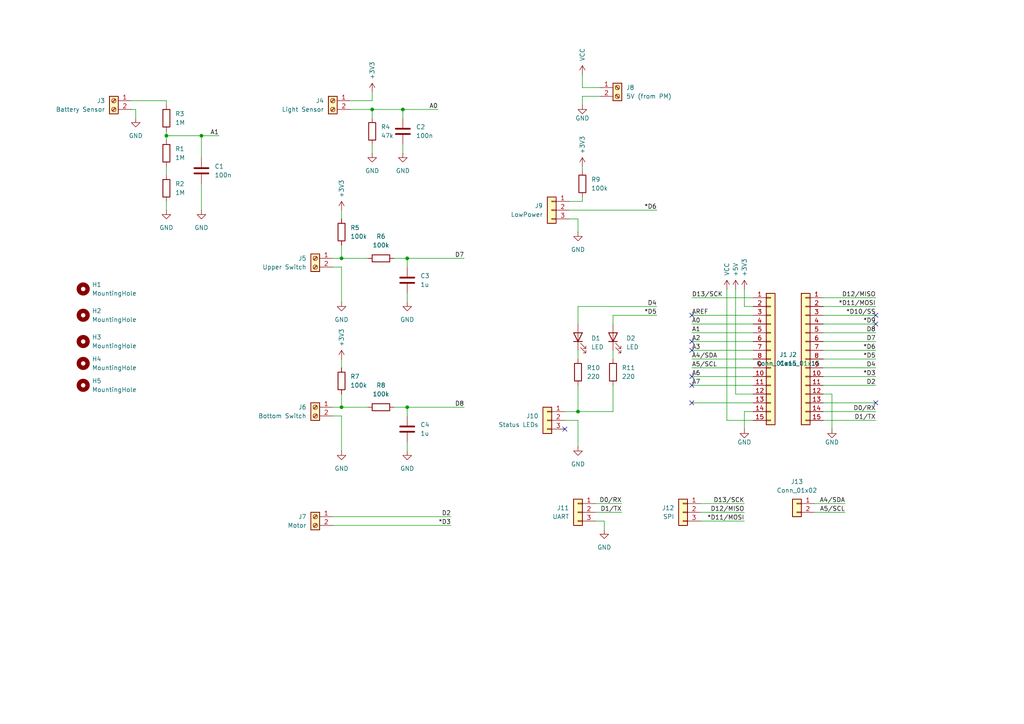
<source format=kicad_sch>
(kicad_sch (version 20250114) (generator "eeschema") (generator_version "9.0")
  (paper "A4")
  (title_block (date "sam. 04 avril 2015"))
  (lib_symbols
    (symbol "Connector:Screw_Terminal_01x02" (pin_names (offset 1.016) (hide yes))
      (property "Reference" "J" (at 0 2.54 0))
      (property "Value" "Screw_Terminal_01x02" (at 0 -5.08 0))
      (symbol "Screw_Terminal_01x02_1_1"
        (rectangle (start -1.27 1.27) (end 1.27 -3.81) (stroke (width 0.254)) (fill (type background)))
        (polyline (pts (xy -0.5334 0.3302) (xy 0.3302 -0.508)) (stroke (width 0.1524)))
        (polyline (pts (xy -0.5334 -2.2098) (xy 0.3302 -3.048)) (stroke (width 0.1524)))
        (polyline (pts (xy -0.3556 0.508) (xy 0.508 -0.3302)) (stroke (width 0.1524)))
        (polyline (pts (xy -0.3556 -2.032) (xy 0.508 -2.8702)) (stroke (width 0.1524)))
        (circle (center 0 0) (radius 0.635) (stroke (width 0.1524)))
        (circle (center 0 -2.54) (radius 0.635) (stroke (width 0.1524)))
        (pin passive line (at -5.08 0 0) (length 3.81) (name "Pin_1") (number "1"))
        (pin passive line (at -5.08 -2.54 0) (length 3.81) (name "Pin_2") (number "2"))
      )
    )
    (symbol "Connector_Generic:Conn_01x02" (pin_names (offset 1.016) (hide yes))
      (property "Reference" "J" (at 0 2.54 0))
      (property "Value" "Conn_01x02" (at 0 -5.08 0))
      (symbol "Conn_01x02_1_1"
        (rectangle (start -1.27 1.27) (end 1.27 -3.81) (stroke (width 0.254)) (fill (type background)))
        (rectangle (start -1.27 0.127) (end 0 -0.127) (stroke (width 0.1524)))
        (rectangle (start -1.27 -2.413) (end 0 -2.667) (stroke (width 0.1524)))
        (pin passive line (at -5.08 0 0) (length 3.81) (name "Pin_1") (number "1"))
        (pin passive line (at -5.08 -2.54 0) (length 3.81) (name "Pin_2") (number "2"))
      )
    )
    (symbol "Connector_Generic:Conn_01x03" (pin_names (offset 1.016) (hide yes))
      (property "Reference" "J" (at 0 5.08 0))
      (property "Value" "Conn_01x03" (at 0 -5.08 0))
      (symbol "Conn_01x03_1_1"
        (rectangle (start -1.27 3.81) (end 1.27 -3.81) (stroke (width 0.254)) (fill (type background)))
        (rectangle (start -1.27 2.667) (end 0 2.413) (stroke (width 0.1524)))
        (rectangle (start -1.27 0.127) (end 0 -0.127) (stroke (width 0.1524)))
        (rectangle (start -1.27 -2.413) (end 0 -2.667) (stroke (width 0.1524)))
        (pin passive line (at -5.08 2.54 0) (length 3.81) (name "Pin_1") (number "1"))
        (pin passive line (at -5.08 0 0) (length 3.81) (name "Pin_2") (number "2"))
        (pin passive line (at -5.08 -2.54 0) (length 3.81) (name "Pin_3") (number "3"))
      )
    )
    (symbol "Connector_Generic:Conn_01x15" (pin_names (offset 1.016) (hide yes))
      (property "Reference" "J" (at 0 20.32 0))
      (property "Value" "Conn_01x15" (at 0 -20.32 0))
      (symbol "Conn_01x15_1_1"
        (rectangle (start -1.27 19.05) (end 1.27 -19.05) (stroke (width 0.254)) (fill (type background)))
        (rectangle (start -1.27 17.907) (end 0 17.653) (stroke (width 0.1524)))
        (rectangle (start -1.27 15.367) (end 0 15.113) (stroke (width 0.1524)))
        (rectangle (start -1.27 12.827) (end 0 12.573) (stroke (width 0.1524)))
        (rectangle (start -1.27 10.287) (end 0 10.033) (stroke (width 0.1524)))
        (rectangle (start -1.27 7.747) (end 0 7.493) (stroke (width 0.1524)))
        (rectangle (start -1.27 5.207) (end 0 4.953) (stroke (width 0.1524)))
        (rectangle (start -1.27 2.667) (end 0 2.413) (stroke (width 0.1524)))
        (rectangle (start -1.27 0.127) (end 0 -0.127) (stroke (width 0.1524)))
        (rectangle (start -1.27 -2.413) (end 0 -2.667) (stroke (width 0.1524)))
        (rectangle (start -1.27 -4.953) (end 0 -5.207) (stroke (width 0.1524)))
        (rectangle (start -1.27 -7.493) (end 0 -7.747) (stroke (width 0.1524)))
        (rectangle (start -1.27 -10.033) (end 0 -10.287) (stroke (width 0.1524)))
        (rectangle (start -1.27 -12.573) (end 0 -12.827) (stroke (width 0.1524)))
        (rectangle (start -1.27 -15.113) (end 0 -15.367) (stroke (width 0.1524)))
        (rectangle (start -1.27 -17.653) (end 0 -17.907) (stroke (width 0.1524)))
        (pin passive line (at -5.08 17.78 0) (length 3.81) (name "Pin_1") (number "1"))
        (pin passive line (at -5.08 15.24 0) (length 3.81) (name "Pin_2") (number "2"))
        (pin passive line (at -5.08 12.7 0) (length 3.81) (name "Pin_3") (number "3"))
        (pin passive line (at -5.08 10.16 0) (length 3.81) (name "Pin_4") (number "4"))
        (pin passive line (at -5.08 7.62 0) (length 3.81) (name "Pin_5") (number "5"))
        (pin passive line (at -5.08 5.08 0) (length 3.81) (name "Pin_6") (number "6"))
        (pin passive line (at -5.08 2.54 0) (length 3.81) (name "Pin_7") (number "7"))
        (pin passive line (at -5.08 0 0) (length 3.81) (name "Pin_8") (number "8"))
        (pin passive line (at -5.08 -2.54 0) (length 3.81) (name "Pin_9") (number "9"))
        (pin passive line (at -5.08 -5.08 0) (length 3.81) (name "Pin_10") (number "10"))
        (pin passive line (at -5.08 -7.62 0) (length 3.81) (name "Pin_11") (number "11"))
        (pin passive line (at -5.08 -10.16 0) (length 3.81) (name "Pin_12") (number "12"))
        (pin passive line (at -5.08 -12.7 0) (length 3.81) (name "Pin_13") (number "13"))
        (pin passive line (at -5.08 -15.24 0) (length 3.81) (name "Pin_14") (number "14"))
        (pin passive line (at -5.08 -17.78 0) (length 3.81) (name "Pin_15") (number "15"))
      )
    )
    (symbol "Device:C" (pin_numbers (hide yes)) (pin_names (offset 0.254))
      (property "Reference" "C" (at 0.635 2.54 0))
      (property "Value" "C" (at 0.635 -2.54 0))
      (symbol "C_0_1"
        (polyline (pts (xy -2.032 0.762) (xy 2.032 0.762)) (stroke (width 0.508)))
        (polyline (pts (xy -2.032 -0.762) (xy 2.032 -0.762)) (stroke (width 0.508)))
      )
      (symbol "C_1_1"
        (pin passive line (at 0 3.81 270) (length 2.794) (name "~") (number "1"))
        (pin passive line (at 0 -3.81 90) (length 2.794) (name "~") (number "2"))
      )
    )
    (symbol "Device:LED" (pin_numbers (hide yes)) (pin_names (offset 1.016) (hide yes))
      (property "Reference" "D" (at 0 2.54 0))
      (property "Value" "LED" (at 0 -2.54 0))
      (symbol "LED_0_1"
        (polyline (pts (xy -3.048 -0.762) (xy -4.572 -2.286) (xy -3.81 -2.286) (xy -4.572 -2.286) (xy -4.572 -1.524)))
        (polyline (pts (xy -1.778 -0.762) (xy -3.302 -2.286) (xy -2.54 -2.286) (xy -3.302 -2.286) (xy -3.302 -1.524)))
        (polyline (pts (xy -1.27 0) (xy 1.27 0)))
        (polyline (pts (xy -1.27 -1.27) (xy -1.27 1.27)) (stroke (width 0.254)))
        (polyline (pts (xy 1.27 -1.27) (xy 1.27 1.27) (xy -1.27 0) (xy 1.27 -1.27)) (stroke (width 0.254)))
      )
      (symbol "LED_1_1"
        (pin passive line (at -3.81 0 0) (length 2.54) (name "K") (number "1"))
        (pin passive line (at 3.81 0 180) (length 2.54) (name "A") (number "2"))
      )
    )
    (symbol "Device:R" (pin_numbers (hide yes)) (pin_names (offset 0))
      (property "Reference" "R" (at 2.032 0 90))
      (property "Value" "R" (at 0 0 90))
      (symbol "R_0_1"
        (rectangle (start -1.016 -2.54) (end 1.016 2.54) (stroke (width 0.254)))
      )
      (symbol "R_1_1"
        (pin passive line (at 0 3.81 270) (length 1.27) (name "~") (number "1"))
        (pin passive line (at 0 -3.81 90) (length 1.27) (name "~") (number "2"))
      )
    )
    (symbol "Mechanical:MountingHole" (pin_names (offset 1.016)) (in_bom no)
      (property "Reference" "H" (at 0 5.08 0))
      (property "Value" "MountingHole" (at 0 3.175 0))
      (symbol "MountingHole_0_1"
        (circle (center 0 0) (radius 1.27) (stroke (width 1.27)))
      )
    )
    (symbol "power:+3.3V" (power) (pin_numbers (hide yes)) (pin_names (offset 0) (hide yes))
      (property "Value" "+3.3V" (at 0 3.556 0))
      (symbol "+3.3V_0_1"
        (polyline (pts (xy -0.762 1.27) (xy 0 2.54)))
        (polyline (pts (xy 0 2.54) (xy 0.762 1.27)))
        (polyline (pts (xy 0 0) (xy 0 2.54)))
      )
      (symbol "+3.3V_1_1"
        (pin power_in line (at 0 0 90) (length 0) (name "~") (number "1"))
      )
    )
    (symbol "power:+5V" (power) (pin_numbers (hide yes)) (pin_names (offset 0) (hide yes))
      (property "Value" "+5V" (at 0 3.556 0))
      (symbol "+5V_0_1"
        (polyline (pts (xy -0.762 1.27) (xy 0 2.54)))
        (polyline (pts (xy 0 2.54) (xy 0.762 1.27)))
        (polyline (pts (xy 0 0) (xy 0 2.54)))
      )
      (symbol "+5V_1_1"
        (pin power_in line (at 0 0 90) (length 0) (name "~") (number "1"))
      )
    )
    (symbol "power:GND" (power) (pin_numbers (hide yes)) (pin_names (offset 0) (hide yes))
      (property "Value" "GND" (at 0 -3.81 0))
      (symbol "GND_0_1"
        (polyline (pts (xy 0 0) (xy 0 -1.27) (xy 1.27 -1.27) (xy 0 -2.54) (xy -1.27 -1.27) (xy 0 -1.27)))
      )
      (symbol "GND_1_1"
        (pin power_in line (at 0 0 270) (length 0) (name "~") (number "1"))
      )
    )
    (symbol "power:VCC" (power) (pin_numbers (hide yes)) (pin_names (offset 0) (hide yes))
      (property "Value" "VCC" (at 0 3.556 0))
      (symbol "VCC_0_1"
        (polyline (pts (xy -0.762 1.27) (xy 0 2.54)))
        (polyline (pts (xy 0 2.54) (xy 0.762 1.27)))
        (polyline (pts (xy 0 0) (xy 0 2.54)))
      )
      (symbol "VCC_1_1"
        (pin power_in line (at 0 0 90) (length 0) (name "~") (number "1"))
      )
    )
  )
  (junction (at 118.11 74.93))
  (junction (at 99.06 118.11))
  (junction (at 99.06 74.93))
  (junction (at 107.95 31.75))
  (junction (at 118.11 118.11))
  (junction (at 48.26 39.37))
  (junction (at 116.84 31.75))
  (junction (at 167.64 119.38))
  (junction (at 58.42 39.37))
  (no_connect (at 254 91.44))
  (no_connect (at 254 116.84))
  (no_connect (at 200.66 91.44))
  (no_connect (at 200.66 111.76))
  (no_connect (at 254 93.98))
  (no_connect (at 163.83 124.46))
  (no_connect (at 200.66 99.06))
  (no_connect (at 200.66 116.84))
  (no_connect (at 200.66 109.22))
  (no_connect (at 200.66 101.6))
  (wire (pts (xy 99.06 118.11) (xy 106.68 118.11)))
  (wire (pts (xy 238.76 119.38) (xy 254 119.38)))
  (wire (pts (xy 38.1 29.21) (xy 48.26 29.21)))
  (wire (pts (xy 218.44 88.9) (xy 215.9 88.9)))
  (wire (pts (xy 48.26 39.37) (xy 48.26 40.64)))
  (wire (pts (xy 167.64 93.98) (xy 167.64 88.9)))
  (wire (pts (xy 48.26 38.1) (xy 48.26 39.37)))
  (wire (pts (xy 175.26 153.67) (xy 175.26 151.13)))
  (wire (pts (xy 96.52 120.65) (xy 99.06 120.65)))
  (wire (pts (xy 118.11 128.27) (xy 118.11 130.81)))
  (wire (pts (xy 96.52 149.86) (xy 130.81 149.86)))
  (wire (pts (xy 99.06 74.93) (xy 99.06 71.12)))
  (wire (pts (xy 200.66 99.06) (xy 218.44 99.06)))
  (wire (pts (xy 116.84 34.29) (xy 116.84 31.75)))
  (wire (pts (xy 200.66 104.14) (xy 218.44 104.14)))
  (wire (pts (xy 39.37 34.29) (xy 39.37 31.75)))
  (wire (pts (xy 116.84 31.75) (xy 127 31.75)))
  (wire (pts (xy 213.36 83.82) (xy 213.36 114.3)))
  (wire (pts (xy 218.44 114.3) (xy 213.36 114.3)))
  (wire (pts (xy 168.91 27.94) (xy 173.99 27.94)))
  (wire (pts (xy 163.83 119.38) (xy 167.64 119.38)))
  (wire (pts (xy 200.66 101.6) (xy 218.44 101.6)))
  (wire (pts (xy 238.76 91.44) (xy 254 91.44)))
  (wire (pts (xy 177.8 119.38) (xy 167.64 119.38)))
  (wire (pts (xy 175.26 151.13) (xy 172.72 151.13)))
  (wire (pts (xy 38.1 31.75) (xy 39.37 31.75)))
  (wire (pts (xy 58.42 39.37) (xy 63.5 39.37)))
  (wire (pts (xy 58.42 39.37) (xy 58.42 45.72)))
  (wire (pts (xy 116.84 41.91) (xy 116.84 44.45)))
  (wire (pts (xy 238.76 96.52) (xy 254 96.52)))
  (wire (pts (xy 236.22 146.05) (xy 245.11 146.05)))
  (wire (pts (xy 177.8 91.44) (xy 190.5 91.44)))
  (wire (pts (xy 238.76 99.06) (xy 254 99.06)))
  (wire (pts (xy 203.2 151.13) (xy 215.9 151.13)))
  (wire (pts (xy 203.2 148.59) (xy 215.9 148.59)))
  (wire (pts (xy 167.64 119.38) (xy 167.64 111.76)))
  (wire (pts (xy 99.06 87.63) (xy 99.06 77.47)))
  (wire (pts (xy 99.06 104.14) (xy 99.06 106.68)))
  (wire (pts (xy 107.95 29.21) (xy 107.95 26.67)))
  (wire (pts (xy 118.11 74.93) (xy 118.11 77.47)))
  (wire (pts (xy 177.8 101.6) (xy 177.8 104.14)))
  (wire (pts (xy 238.76 111.76) (xy 254 111.76)))
  (wire (pts (xy 165.1 60.96) (xy 190.5 60.96)))
  (wire (pts (xy 236.22 148.59) (xy 245.11 148.59)))
  (wire (pts (xy 118.11 85.09) (xy 118.11 87.63)))
  (wire (pts (xy 168.91 21.59) (xy 168.91 25.4)))
  (wire (pts (xy 99.06 60.96) (xy 99.06 63.5)))
  (wire (pts (xy 167.64 63.5) (xy 167.64 67.31)))
  (wire (pts (xy 99.06 74.93) (xy 106.68 74.93)))
  (wire (pts (xy 172.72 148.59) (xy 180.34 148.59)))
  (wire (pts (xy 118.11 118.11) (xy 118.11 120.65)))
  (wire (pts (xy 177.8 93.98) (xy 177.8 91.44)))
  (wire (pts (xy 114.3 118.11) (xy 118.11 118.11)))
  (wire (pts (xy 200.66 91.44) (xy 218.44 91.44)))
  (wire (pts (xy 238.76 104.14) (xy 254 104.14)))
  (wire (pts (xy 114.3 74.93) (xy 118.11 74.93)))
  (wire (pts (xy 215.9 83.82) (xy 215.9 88.9)))
  (wire (pts (xy 238.76 114.3) (xy 241.3 114.3)))
  (wire (pts (xy 238.76 86.36) (xy 254 86.36)))
  (wire (pts (xy 210.82 83.82) (xy 210.82 121.92)))
  (wire (pts (xy 218.44 121.92) (xy 210.82 121.92)))
  (wire (pts (xy 200.66 116.84) (xy 218.44 116.84)))
  (wire (pts (xy 165.1 63.5) (xy 167.64 63.5)))
  (wire (pts (xy 238.76 101.6) (xy 254 101.6)))
  (wire (pts (xy 238.76 106.68) (xy 254 106.68)))
  (wire (pts (xy 48.26 48.26) (xy 48.26 50.8)))
  (wire (pts (xy 118.11 74.93) (xy 134.62 74.93)))
  (wire (pts (xy 200.66 93.98) (xy 218.44 93.98)))
  (wire (pts (xy 96.52 74.93) (xy 99.06 74.93)))
  (wire (pts (xy 167.64 88.9) (xy 190.5 88.9)))
  (wire (pts (xy 48.26 39.37) (xy 58.42 39.37)))
  (wire (pts (xy 167.64 101.6) (xy 167.64 104.14)))
  (wire (pts (xy 107.95 31.75) (xy 107.95 34.29)))
  (wire (pts (xy 101.6 29.21) (xy 107.95 29.21)))
  (wire (pts (xy 48.26 58.42) (xy 48.26 60.96)))
  (wire (pts (xy 200.66 86.36) (xy 218.44 86.36)))
  (wire (pts (xy 238.76 109.22) (xy 254 109.22)))
  (wire (pts (xy 118.11 118.11) (xy 134.62 118.11)))
  (wire (pts (xy 48.26 29.21) (xy 48.26 30.48)))
  (wire (pts (xy 203.2 146.05) (xy 215.9 146.05)))
  (wire (pts (xy 163.83 121.92) (xy 167.64 121.92)))
  (wire (pts (xy 200.66 111.76) (xy 218.44 111.76)))
  (wire (pts (xy 96.52 118.11) (xy 99.06 118.11)))
  (wire (pts (xy 200.66 106.68) (xy 218.44 106.68)))
  (wire (pts (xy 101.6 31.75) (xy 107.95 31.75)))
  (wire (pts (xy 177.8 111.76) (xy 177.8 119.38)))
  (wire (pts (xy 107.95 41.91) (xy 107.95 44.45)))
  (wire (pts (xy 99.06 130.81) (xy 99.06 120.65)))
  (wire (pts (xy 238.76 93.98) (xy 254 93.98)))
  (wire (pts (xy 238.76 116.84) (xy 254 116.84)))
  (wire (pts (xy 241.3 114.3) (xy 241.3 124.46)))
  (wire (pts (xy 99.06 118.11) (xy 99.06 114.3)))
  (wire (pts (xy 238.76 121.92) (xy 254 121.92)))
  (wire (pts (xy 168.91 58.42) (xy 168.91 57.15)))
  (wire (pts (xy 165.1 58.42) (xy 168.91 58.42)))
  (wire (pts (xy 200.66 109.22) (xy 218.44 109.22)))
  (wire (pts (xy 168.91 25.4) (xy 173.99 25.4)))
  (wire (pts (xy 168.91 27.94) (xy 168.91 30.48)))
  (wire (pts (xy 172.72 146.05) (xy 180.34 146.05)))
  (wire (pts (xy 167.64 121.92) (xy 167.64 129.54)))
  (wire (pts (xy 215.9 119.38) (xy 215.9 124.46)))
  (wire (pts (xy 218.44 119.38) (xy 215.9 119.38)))
  (wire (pts (xy 96.52 152.4) (xy 130.81 152.4)))
  (wire (pts (xy 107.95 31.75) (xy 116.84 31.75)))
  (wire (pts (xy 200.66 96.52) (xy 218.44 96.52)))
  (wire (pts (xy 58.42 53.34) (xy 58.42 60.96)))
  (wire (pts (xy 238.76 88.9) (xy 254 88.9)))
  (wire (pts (xy 96.52 77.47) (xy 99.06 77.47)))
  (wire (pts (xy 168.91 48.26) (xy 168.91 49.53)))
  (label "D4" (at 254 106.68 180))
  (label "D7" (at 134.62 74.93 180))
  (label "D1{slash}TX" (at 180.34 148.59 180))
  (label "D0{slash}RX" (at 180.34 146.05 180))
  (label "D13{slash}SCK" (at 215.9 146.05 180))
  (label "*D5" (at 254 104.14 180))
  (label "A2" (at 200.66 99.06 0))
  (label "D7" (at 254 99.06 180))
  (label "*D11/MOSI" (at 215.9 151.13 180))
  (label "D13{slash}SCK" (at 200.66 86.36 0))
  (label "A7" (at 200.66 111.76 0))
  (label "*D6" (at 254 101.6 180))
  (label "D12/MISO" (at 215.9 148.59 180))
  (label "*D11{slash}MOSI" (at 254 88.9 180))
  (label "A1" (at 200.66 96.52 0))
  (label "A4/SDA" (at 245.11 146.05 180))
  (label "*D5" (at 190.5 91.44 180))
  (label "A4{slash}SDA" (at 200.66 104.14 0))
  (label "A5{slash}SCL" (at 200.66 106.68 0))
  (label "A3" (at 200.66 101.6 0))
  (label "*D3" (at 130.81 152.4 180))
  (label "A6" (at 200.66 109.22 0))
  (label "D2" (at 130.81 149.86 180))
  (label "A0" (at 200.66 93.98 0))
  (label "*D9" (at 254 93.98 180))
  (label "*D3" (at 254 109.22 180))
  (label "A0" (at 127 31.75 180))
  (label "A1" (at 63.5 39.37 180))
  (label "D8" (at 134.62 118.11 180))
  (label "D2" (at 254 111.76 180))
  (label "D8" (at 254 96.52 180))
  (label "D1{slash}TX" (at 254 121.92 180))
  (label "D0{slash}RX" (at 254 119.38 180))
  (label "D4" (at 190.5 88.9 180))
  (label "*D6" (at 190.5 60.96 180))
  (label "AREF" (at 200.66 91.44 0))
  (label "*D10{slash}SS" (at 254 91.44 180))
  (label "A5{slash}SCL" (at 245.11 148.59 180))
  (label "D12{slash}MISO" (at 254 86.36 180))
  (symbol (lib_id "power:GND") (at 99.06 87.63 0) (unit 1)
    (property "Reference" "#PWR06" (effects (hide yes)))
    (property "Value" "GND" (at 99.06 92.71 0))
    (property "Description" "Power symbol creates a global label with name \"GND\" , ground" (effects (hide yes)))
  )
  (symbol (lib_id "power:GND") (at 99.06 130.81 0) (unit 1)
    (property "Reference" "#PWR08" (effects (hide yes)))
    (property "Value" "GND" (at 99.06 135.89 0))
    (property "Description" "Power symbol creates a global label with name \"GND\" , ground" (effects (hide yes)))
  )
  (symbol (lib_id "Connector_Generic:Conn_01x02") (at 231.14 146.05 0) (mirror y) (unit 1)
    (property "Reference" "J13" (at 231.14 139.7 0))
    (property "Value" "Conn_01x02" (at 231.14 142.24 0))
    (property "Footprint" "Connector_PinHeader_2.54mm:PinHeader_1x02_P2.54mm_Vertical" (effects (hide yes)))
    (property "Description" "Generic connector, single row, 01x02, script generated (kicad-library-utils/schlib/autogen/connector/)" (effects (hide yes)))
  )
  (symbol (lib_id "Device:R") (at 110.49 118.11 90) (unit 1)
    (property "Reference" "R8" (at 110.49 111.76 90))
    (property "Value" "100k" (at 110.49 114.3 90))
    (property "Footprint" "Resistor_THT:R_Axial_DIN0207_L6.3mm_D2.5mm_P10.16mm_Horizontal" (effects (hide yes)))
    (property "Description" "Resistor" (effects (hide yes)))
  )
  (symbol (lib_id "Connector_Generic:Conn_01x15") (at 223.52 104.14 0) (unit 1)
    (property "Reference" "J1" (at 226.06 102.8699 0) (effects (justify left)))
    (property "Value" "Conn_01x15" (at 226.06 105.4099 0) (effects (justify left)))
    (property "Footprint" "Connector_PinHeader_2.54mm:PinHeader_1x15_P2.54mm_Vertical" (effects (hide yes)))
    (property "Description" "Generic connector, single row, 01x15, script generated (kicad-library-utils/schlib/autogen/connector/)" (effects (hide yes)))
  )
  (symbol (lib_id "power:GND") (at 167.64 129.54 0) (unit 1)
    (property "Reference" "#PWR011" (effects (hide yes)))
    (property "Value" "GND" (at 167.64 134.62 0))
    (property "Description" "Power symbol creates a global label with name \"GND\" , ground" (effects (hide yes)))
  )
  (symbol (lib_id "Device:C") (at 118.11 81.28 0) (unit 1)
    (property "Reference" "C3" (at 121.92 80.0099 0) (effects (justify left)))
    (property "Value" "1u" (at 121.92 82.5499 0) (effects (justify left)))
    (property "Footprint" "Capacitor_THT:C_Disc_D4.3mm_W1.9mm_P5.00mm" (effects (hide yes)))
    (property "Description" "Unpolarized capacitor" (effects (hide yes)))
  )
  (symbol (lib_id "Mechanical:MountingHole") (at 24.13 111.76 0) (unit 1) (in_bom no)
    (property "Reference" "H5" (at 26.67 110.4899 0) (effects (justify left)))
    (property "Value" "MountingHole" (at 26.67 113.0299 0) (effects (justify left)))
    (property "Footprint" "MountingHole:MountingHole_3.2mm_M3" (effects (hide yes)))
    (property "Description" "Mounting Hole without connection" (effects (hide yes)))
  )
  (symbol (lib_id "Device:R") (at 99.06 67.31 0) (unit 1)
    (property "Reference" "R5" (at 101.6 66.0399 0) (effects (justify left)))
    (property "Value" "100k" (at 101.6 68.5799 0) (effects (justify left)))
    (property "Footprint" "Resistor_THT:R_Axial_DIN0207_L6.3mm_D2.5mm_P10.16mm_Horizontal" (effects (hide yes)))
    (property "Description" "Resistor" (effects (hide yes)))
  )
  (symbol (lib_id "power:GND") (at 167.64 67.31 0) (unit 1)
    (property "Reference" "#PWR010" (effects (hide yes)))
    (property "Value" "GND" (at 167.64 72.39 0))
    (property "Description" "Power symbol creates a global label with name \"GND\" , ground" (effects (hide yes)))
  )
  (symbol (lib_id "Connector:Screw_Terminal_01x02") (at 91.44 74.93 0) (mirror y) (unit 1)
    (property "Reference" "J5" (at 88.9 74.9299 0) (effects (justify left)))
    (property "Value" "Upper Switch" (at 88.9 77.4699 0) (effects (justify left)))
    (property "Footprint" "TerminalBlock:TerminalBlock_bornier-2_P5.08mm" (effects (hide yes)))
    (property "Description" "Generic screw terminal, single row, 01x02, script generated (kicad-library-utils/schlib/autogen/connector/)" (effects (hide yes)))
  )
  (symbol (lib_id "power:+3.3V") (at 168.91 48.26 0) (unit 1)
    (property "Reference" "#PWR0111" (effects (hide yes)))
    (property "Value" "+3V3" (at 168.91 44.704 90) (effects (justify left)))
    (property "Description" "Power symbol creates a global label with name \"+3.3V\"" (effects (hide yes)))
  )
  (symbol (lib_id "Mechanical:MountingHole") (at 24.13 99.06 0) (unit 1) (in_bom no)
    (property "Reference" "H3" (at 26.67 97.7899 0) (effects (justify left)))
    (property "Value" "MountingHole" (at 26.67 100.3299 0) (effects (justify left)))
    (property "Footprint" "MountingHole:MountingHole_3.2mm_M3" (effects (hide yes)))
    (property "Description" "Mounting Hole without connection" (effects (hide yes)))
  )
  (symbol (lib_id "power:GND") (at 175.26 153.67 0) (unit 1)
    (property "Reference" "#PWR012" (effects (hide yes)))
    (property "Value" "GND" (at 175.26 158.75 0))
    (property "Description" "Power symbol creates a global label with name \"GND\" , ground" (effects (hide yes)))
  )
  (symbol (lib_id "Device:R") (at 48.26 34.29 0) (unit 1)
    (property "Reference" "R3" (at 50.8 33.0199 0) (effects (justify left)))
    (property "Value" "1M" (at 50.8 35.5599 0) (effects (justify left)))
    (property "Footprint" "Resistor_THT:R_Axial_DIN0207_L6.3mm_D2.5mm_P10.16mm_Horizontal" (effects (hide yes)))
    (property "Description" "Resistor" (effects (hide yes)))
  )
  (symbol (lib_id "power:GND") (at 39.37 34.29 0) (unit 1)
    (property "Reference" "#PWR01" (effects (hide yes)))
    (property "Value" "GND" (at 39.37 39.37 0))
    (property "Description" "Power symbol creates a global label with name \"GND\" , ground" (effects (hide yes)))
  )
  (symbol (lib_id "power:GND") (at 118.11 87.63 0) (unit 1)
    (property "Reference" "#PWR07" (effects (hide yes)))
    (property "Value" "GND" (at 118.11 92.71 0))
    (property "Description" "Power symbol creates a global label with name \"GND\" , ground" (effects (hide yes)))
  )
  (symbol (lib_id "Device:LED") (at 177.8 97.79 90) (unit 1)
    (property "Reference" "D2" (at 181.61 98.1074 90) (effects (justify right)))
    (property "Value" "LED" (at 181.61 100.6474 90) (effects (justify right)))
    (property "Footprint" "LED_THT:LED_D3.0mm" (effects (hide yes)))
    (property "Description" "Light emitting diode" (effects (hide yes)))
    (property "Sim.Pins" "1=K 2=A" (effects (hide yes)))
  )
  (symbol (lib_id "power:GND") (at 107.95 44.45 0) (unit 1)
    (property "Reference" "#PWR04" (effects (hide yes)))
    (property "Value" "GND" (at 107.95 49.53 0))
    (property "Description" "Power symbol creates a global label with name \"GND\" , ground" (effects (hide yes)))
  )
  (symbol (lib_id "power:VCC") (at 168.91 21.59 0) (unit 1)
    (property "Reference" "#PWR0107" (effects (hide yes)))
    (property "Value" "VCC" (at 168.91 17.78 90) (effects (justify left)))
    (property "Description" "Power symbol creates a global label with name \"VCC\"" (effects (hide yes)))
  )
  (symbol (lib_id "Device:R") (at 167.64 107.95 0) (unit 1)
    (property "Reference" "R10" (at 170.18 106.6799 0) (effects (justify left)))
    (property "Value" "220" (at 170.18 109.2199 0) (effects (justify left)))
    (property "Footprint" "Resistor_THT:R_Axial_DIN0207_L6.3mm_D2.5mm_P10.16mm_Horizontal" (effects (hide yes)))
    (property "Description" "Resistor" (effects (hide yes)))
  )
  (symbol (lib_id "Device:C") (at 116.84 38.1 0) (unit 1)
    (property "Reference" "C2" (at 120.65 36.8299 0) (effects (justify left)))
    (property "Value" "100n" (at 120.65 39.3699 0) (effects (justify left)))
    (property "Footprint" "Capacitor_THT:C_Disc_D4.3mm_W1.9mm_P5.00mm" (effects (hide yes)))
    (property "Description" "Unpolarized capacitor" (effects (hide yes)))
  )
  (symbol (lib_id "Connector:Screw_Terminal_01x02") (at 179.07 25.4 0) (unit 1)
    (property "Reference" "J8" (at 181.61 25.3999 0) (effects (justify left)))
    (property "Value" "5V (from PM)" (at 181.61 27.9399 0) (effects (justify left)))
    (property "Footprint" "TerminalBlock:TerminalBlock_bornier-2_P5.08mm" (effects (hide yes)))
    (property "Description" "Generic screw terminal, single row, 01x02, script generated (kicad-library-utils/schlib/autogen/connector/)" (effects (hide yes)))
  )
  (symbol (lib_id "Mechanical:MountingHole") (at 24.13 91.44 0) (unit 1) (in_bom no)
    (property "Reference" "H2" (at 26.67 90.1699 0) (effects (justify left)))
    (property "Value" "MountingHole" (at 26.67 92.7099 0) (effects (justify left)))
    (property "Footprint" "MountingHole:MountingHole_3.2mm_M3" (effects (hide yes)))
    (property "Description" "Mounting Hole without connection" (effects (hide yes)))
  )
  (symbol (lib_id "Connector_Generic:Conn_01x03") (at 198.12 148.59 0) (mirror y) (unit 1)
    (property "Reference" "J12" (at 195.58 147.3199 0) (effects (justify left)))
    (property "Value" "SPI" (at 195.58 149.8599 0) (effects (justify left)))
    (property "Footprint" "Connector_PinHeader_2.54mm:PinHeader_1x03_P2.54mm_Vertical" (effects (hide yes)))
    (property "Description" "Generic connector, single row, 01x03, script generated (kicad-library-utils/schlib/autogen/connector/)" (effects (hide yes)))
  )
  (symbol (lib_id "Connector:Screw_Terminal_01x02") (at 33.02 29.21 0) (mirror y) (unit 1)
    (property "Reference" "J3" (at 30.48 29.2099 0) (effects (justify left)))
    (property "Value" "Battery Sensor" (at 30.48 31.7499 0) (effects (justify left)))
    (property "Footprint" "TerminalBlock:TerminalBlock_bornier-2_P5.08mm" (effects (hide yes)))
    (property "Description" "Generic screw terminal, single row, 01x02, script generated (kicad-library-utils/schlib/autogen/connector/)" (effects (hide yes)))
  )
  (symbol (lib_id "power:GND") (at 58.42 60.96 0) (unit 1)
    (property "Reference" "#PWR03" (effects (hide yes)))
    (property "Value" "GND" (at 58.42 66.04 0))
    (property "Description" "Power symbol creates a global label with name \"GND\" , ground" (effects (hide yes)))
  )
  (symbol (lib_id "power:+5V") (at 213.36 83.82 0) (unit 1)
    (property "Reference" "#PWR0103" (effects (hide yes)))
    (property "Value" "+5V" (at 213.36 80.264 90) (effects (justify left)))
    (property "Description" "Power symbol creates a global label with name \"+5V\"" (effects (hide yes)))
  )
  (symbol (lib_id "Device:R") (at 168.91 53.34 0) (unit 1)
    (property "Reference" "R9" (at 171.45 52.0699 0) (effects (justify left)))
    (property "Value" "100k" (at 171.45 54.6099 0) (effects (justify left)))
    (property "Footprint" "Resistor_THT:R_Axial_DIN0207_L6.3mm_D2.5mm_P10.16mm_Horizontal" (effects (hide yes)))
    (property "Description" "Resistor" (effects (hide yes)))
  )
  (symbol (lib_id "power:+3.3V") (at 215.9 83.82 0) (unit 1)
    (property "Reference" "#PWR0102" (effects (hide yes)))
    (property "Value" "+3V3" (at 215.9 80.264 90) (effects (justify left)))
    (property "Description" "Power symbol creates a global label with name \"+3.3V\"" (effects (hide yes)))
  )
  (symbol (lib_id "Device:R") (at 48.26 54.61 0) (unit 1)
    (property "Reference" "R2" (at 50.8 53.3399 0) (effects (justify left)))
    (property "Value" "1M" (at 50.8 55.8799 0) (effects (justify left)))
    (property "Footprint" "Resistor_THT:R_Axial_DIN0207_L6.3mm_D2.5mm_P10.16mm_Horizontal" (effects (hide yes)))
    (property "Description" "Resistor" (effects (hide yes)))
  )
  (symbol (lib_id "Connector_Generic:Conn_01x03") (at 167.64 148.59 0) (mirror y) (unit 1)
    (property "Reference" "J11" (at 165.1 147.3199 0) (effects (justify left)))
    (property "Value" "UART" (at 165.1 149.8599 0) (effects (justify left)))
    (property "Footprint" "Connector_PinHeader_2.54mm:PinHeader_1x03_P2.54mm_Vertical" (effects (hide yes)))
    (property "Description" "Generic connector, single row, 01x03, script generated (kicad-library-utils/schlib/autogen/connector/)" (effects (hide yes)))
  )
  (symbol (lib_id "Device:R") (at 107.95 38.1 0) (unit 1)
    (property "Reference" "R4" (at 110.49 36.8299 0) (effects (justify left)))
    (property "Value" "47k" (at 110.49 39.3699 0) (effects (justify left)))
    (property "Footprint" "Resistor_THT:R_Axial_DIN0207_L6.3mm_D2.5mm_P10.16mm_Horizontal" (effects (hide yes)))
    (property "Description" "Resistor" (effects (hide yes)))
  )
  (symbol (lib_id "power:VCC") (at 210.82 83.82 0) (unit 1)
    (property "Reference" "#PWR0101" (effects (hide yes)))
    (property "Value" "VCC" (at 210.82 80.01 90) (effects (justify left)))
    (property "Description" "Power symbol creates a global label with name \"VCC\"" (effects (hide yes)))
  )
  (symbol (lib_id "Device:C") (at 118.11 124.46 0) (unit 1)
    (property "Reference" "C4" (at 121.92 123.1899 0) (effects (justify left)))
    (property "Value" "1u" (at 121.92 125.7299 0) (effects (justify left)))
    (property "Footprint" "Capacitor_THT:C_Disc_D4.3mm_W1.9mm_P5.00mm" (effects (hide yes)))
    (property "Description" "Unpolarized capacitor" (effects (hide yes)))
  )
  (symbol (lib_id "power:+3.3V") (at 99.06 104.14 0) (unit 1)
    (property "Reference" "#PWR0110" (effects (hide yes)))
    (property "Value" "+3V3" (at 99.06 100.584 90) (effects (justify left)))
    (property "Description" "Power symbol creates a global label with name \"+3.3V\"" (effects (hide yes)))
  )
  (symbol (lib_id "Connector_Generic:Conn_01x03") (at 158.75 121.92 0) (mirror y) (unit 1)
    (property "Reference" "J10" (at 156.21 120.6499 0) (effects (justify left)))
    (property "Value" "Status LEDs" (at 156.21 123.1899 0) (effects (justify left)))
    (property "Footprint" "Connector_PinHeader_2.54mm:PinHeader_1x03_P2.54mm_Vertical" (effects (hide yes)))
    (property "Description" "Generic connector, single row, 01x03, script generated (kicad-library-utils/schlib/autogen/connector/)" (effects (hide yes)))
  )
  (symbol (lib_id "power:GND") (at 48.26 60.96 0) (unit 1)
    (property "Reference" "#PWR02" (effects (hide yes)))
    (property "Value" "GND" (at 48.26 66.04 0))
    (property "Description" "Power symbol creates a global label with name \"GND\" , ground" (effects (hide yes)))
  )
  (symbol (lib_id "Device:R") (at 99.06 110.49 0) (unit 1)
    (property "Reference" "R7" (at 101.6 109.2199 0) (effects (justify left)))
    (property "Value" "100k" (at 101.6 111.7599 0) (effects (justify left)))
    (property "Footprint" "Resistor_THT:R_Axial_DIN0207_L6.3mm_D2.5mm_P10.16mm_Horizontal" (effects (hide yes)))
    (property "Description" "Resistor" (effects (hide yes)))
  )
  (symbol (lib_id "power:+3.3V") (at 107.95 26.67 0) (unit 1)
    (property "Reference" "#PWR0108" (effects (hide yes)))
    (property "Value" "+3V3" (at 107.95 23.114 90) (effects (justify left)))
    (property "Description" "Power symbol creates a global label with name \"+3.3V\"" (effects (hide yes)))
  )
  (symbol (lib_id "power:GND") (at 241.3 124.46 0) (unit 1)
    (property "Reference" "#PWR0105" (effects (hide yes)))
    (property "Value" "GND" (at 241.3 128.27 0))
    (property "Description" "Power symbol creates a global label with name \"GND\" , ground" (effects (hide yes)))
  )
  (symbol (lib_id "power:+3.3V") (at 99.06 60.96 0) (unit 1)
    (property "Reference" "#PWR0109" (effects (hide yes)))
    (property "Value" "+3V3" (at 99.06 57.404 90) (effects (justify left)))
    (property "Description" "Power symbol creates a global label with name \"+3.3V\"" (effects (hide yes)))
  )
  (symbol (lib_id "Device:R") (at 177.8 107.95 0) (unit 1)
    (property "Reference" "R11" (at 180.34 106.6799 0) (effects (justify left)))
    (property "Value" "220" (at 180.34 109.2199 0) (effects (justify left)))
    (property "Footprint" "Resistor_THT:R_Axial_DIN0207_L6.3mm_D2.5mm_P10.16mm_Horizontal" (effects (hide yes)))
    (property "Description" "Resistor" (effects (hide yes)))
  )
  (symbol (lib_id "Device:C") (at 58.42 49.53 0) (unit 1)
    (property "Reference" "C1" (at 62.23 48.2599 0) (effects (justify left)))
    (property "Value" "100n" (at 62.23 50.7999 0) (effects (justify left)))
    (property "Footprint" "Capacitor_THT:C_Disc_D4.3mm_W1.9mm_P5.00mm" (effects (hide yes)))
    (property "Description" "Unpolarized capacitor" (effects (hide yes)))
  )
  (symbol (lib_id "power:GND") (at 116.84 44.45 0) (unit 1)
    (property "Reference" "#PWR05" (effects (hide yes)))
    (property "Value" "GND" (at 116.84 49.53 0))
    (property "Description" "Power symbol creates a global label with name \"GND\" , ground" (effects (hide yes)))
  )
  (symbol (lib_id "Device:R") (at 48.26 44.45 0) (unit 1)
    (property "Reference" "R1" (at 50.8 43.1799 0) (effects (justify left)))
    (property "Value" "1M" (at 50.8 45.7199 0) (effects (justify left)))
    (property "Footprint" "Resistor_THT:R_Axial_DIN0207_L6.3mm_D2.5mm_P10.16mm_Horizontal" (effects (hide yes)))
    (property "Description" "Resistor" (effects (hide yes)))
  )
  (symbol (lib_id "Mechanical:MountingHole") (at 24.13 83.82 0) (unit 1) (in_bom no)
    (property "Reference" "H1" (at 26.67 82.5499 0) (effects (justify left)))
    (property "Value" "MountingHole" (at 26.67 85.0899 0) (effects (justify left)))
    (property "Footprint" "MountingHole:MountingHole_3.2mm_M3" (effects (hide yes)))
    (property "Description" "Mounting Hole without connection" (effects (hide yes)))
  )
  (symbol (lib_id "power:GND") (at 118.11 130.81 0) (unit 1)
    (property "Reference" "#PWR09" (effects (hide yes)))
    (property "Value" "GND" (at 118.11 135.89 0))
    (property "Description" "Power symbol creates a global label with name \"GND\" , ground" (effects (hide yes)))
  )
  (symbol (lib_id "power:GND") (at 168.91 30.48 0) (unit 1)
    (property "Reference" "#PWR0106" (effects (hide yes)))
    (property "Value" "GND" (at 168.91 34.29 0))
    (property "Description" "Power symbol creates a global label with name \"GND\" , ground" (effects (hide yes)))
  )
  (symbol (lib_id "Device:R") (at 110.49 74.93 90) (unit 1)
    (property "Reference" "R6" (at 110.49 68.58 90))
    (property "Value" "100k" (at 110.49 71.12 90))
    (property "Footprint" "Resistor_THT:R_Axial_DIN0207_L6.3mm_D2.5mm_P10.16mm_Horizontal" (effects (hide yes)))
    (property "Description" "Resistor" (effects (hide yes)))
  )
  (symbol (lib_id "power:GND") (at 215.9 124.46 0) (unit 1)
    (property "Reference" "#PWR0104" (effects (hide yes)))
    (property "Value" "GND" (at 215.9 128.27 0))
    (property "Description" "Power symbol creates a global label with name \"GND\" , ground" (effects (hide yes)))
  )
  (symbol (lib_id "Device:LED") (at 167.64 97.79 90) (unit 1)
    (property "Reference" "D1" (at 171.45 98.1074 90) (effects (justify right)))
    (property "Value" "LED" (at 171.45 100.6474 90) (effects (justify right)))
    (property "Footprint" "LED_THT:LED_D3.0mm" (effects (hide yes)))
    (property "Description" "Light emitting diode" (effects (hide yes)))
    (property "Sim.Pins" "1=K 2=A" (effects (hide yes)))
  )
  (symbol (lib_id "Connector_Generic:Conn_01x03") (at 160.02 60.96 0) (mirror y) (unit 1)
    (property "Reference" "J9" (at 157.48 59.6899 0) (effects (justify left)))
    (property "Value" "LowPower" (at 157.48 62.2299 0) (effects (justify left)))
    (property "Footprint" "Connector_PinHeader_2.54mm:PinHeader_1x03_P2.54mm_Vertical" (effects (hide yes)))
    (property "Description" "Generic connector, single row, 01x03, script generated (kicad-library-utils/schlib/autogen/connector/)" (effects (hide yes)))
  )
  (symbol (lib_id "Connector:Screw_Terminal_01x02") (at 96.52 29.21 0) (mirror y) (unit 1)
    (property "Reference" "J4" (at 93.98 29.2099 0) (effects (justify left)))
    (property "Value" "Light Sensor" (at 93.98 31.7499 0) (effects (justify left)))
    (property "Footprint" "TerminalBlock:TerminalBlock_bornier-2_P5.08mm" (effects (hide yes)))
    (property "Description" "Generic screw terminal, single row, 01x02, script generated (kicad-library-utils/schlib/autogen/connector/)" (effects (hide yes)))
  )
  (symbol (lib_id "Connector:Screw_Terminal_01x02") (at 91.44 149.86 0) (mirror y) (unit 1)
    (property "Reference" "J7" (at 88.9 149.8599 0) (effects (justify left)))
    (property "Value" "Motor" (at 88.9 152.3999 0) (effects (justify left)))
    (property "Footprint" "TerminalBlock:TerminalBlock_bornier-2_P5.08mm" (effects (hide yes)))
    (property "Description" "Generic screw terminal, single row, 01x02, script generated (kicad-library-utils/schlib/autogen/connector/)" (effects (hide yes)))
  )
  (symbol (lib_id "Connector_Generic:Conn_01x15") (at 233.68 104.14 0) (mirror y) (unit 1)
    (property "Reference" "J2" (at 231.14 102.8699 0) (effects (justify left)))
    (property "Value" "Conn_01x15" (at 231.14 105.4099 0) (effects (justify left)))
    (property "Footprint" "Connector_PinHeader_2.54mm:PinHeader_1x15_P2.54mm_Vertical" (effects (hide yes)))
    (property "Description" "Generic connector, single row, 01x15, script generated (kicad-library-utils/schlib/autogen/connector/)" (effects (hide yes)))
  )
  (symbol (lib_id "Connector:Screw_Terminal_01x02") (at 91.44 118.11 0) (mirror y) (unit 1)
    (property "Reference" "J6" (at 88.9 118.1099 0) (effects (justify left)))
    (property "Value" "Bottom Switch" (at 88.9 120.6499 0) (effects (justify left)))
    (property "Footprint" "TerminalBlock:TerminalBlock_bornier-2_P5.08mm" (effects (hide yes)))
    (property "Description" "Generic screw terminal, single row, 01x02, script generated (kicad-library-utils/schlib/autogen/connector/)" (effects (hide yes)))
  )
  (symbol (lib_id "Mechanical:MountingHole") (at 24.13 105.41 0) (unit 1) (in_bom no)
    (property "Reference" "H4" (at 26.67 104.1399 0) (effects (justify left)))
    (property "Value" "MountingHole" (at 26.67 106.6799 0) (effects (justify left)))
    (property "Footprint" "MountingHole:MountingHole_3.2mm_M3" (effects (hide yes)))
    (property "Description" "Mounting Hole without connection" (effects (hide yes)))
  )
)
</source>
